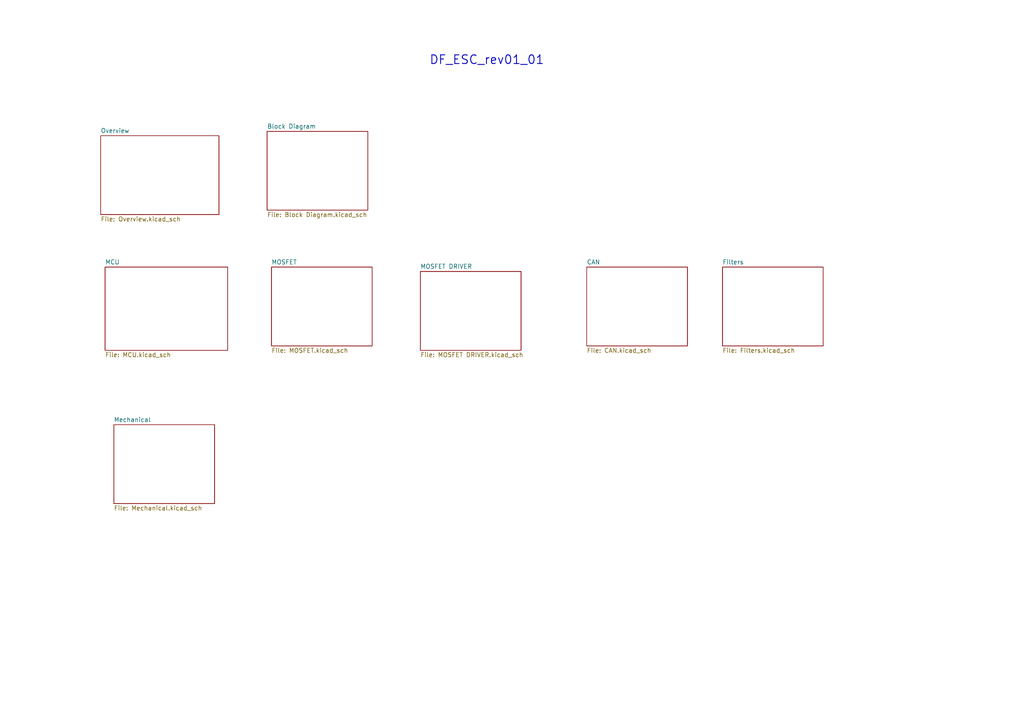
<source format=kicad_sch>
(kicad_sch
	(version 20231120)
	(generator "eeschema")
	(generator_version "8.0")
	(uuid "e63e39d7-6ac0-4ffd-8aa3-1841a4541b55")
	(paper "A4")
	(title_block
		(title "DF_ESC_rev01_01")
		(date "2024-08-24")
		(rev "rev01")
		(company "Fresu Electronics LLC")
		(comment 3 "info@dariofresu.com")
		(comment 4 "SivaRam")
	)
	(lib_symbols)
	(text "DF_ESC_rev01_01"
		(exclude_from_sim no)
		(at 141.224 17.526 0)
		(effects
			(font
				(face "KiCad Font")
				(size 2.54 2.54)
				(thickness 0.254)
				(bold yes)
			)
		)
		(uuid "cc9b3fc3-d341-4104-954e-c1e09b03d90e")
	)
	(sheet
		(at 170.18 77.47)
		(size 29.21 22.86)
		(fields_autoplaced yes)
		(stroke
			(width 0.1524)
			(type solid)
		)
		(fill
			(color 0 0 0 0.0000)
		)
		(uuid "0bee7173-98a4-4aa1-8680-bb4c79ff4feb")
		(property "Sheetname" "CAN"
			(at 170.18 76.7584 0)
			(effects
				(font
					(size 1.27 1.27)
				)
				(justify left bottom)
			)
		)
		(property "Sheetfile" "CAN.kicad_sch"
			(at 170.18 100.9146 0)
			(effects
				(font
					(size 1.27 1.27)
				)
				(justify left top)
			)
		)
		(instances
			(project "DF_ESC_rev_01"
				(path "/e63e39d7-6ac0-4ffd-8aa3-1841a4541b55"
					(page "5")
				)
			)
		)
	)
	(sheet
		(at 29.21 39.37)
		(size 34.29 22.86)
		(fields_autoplaced yes)
		(stroke
			(width 0.1524)
			(type solid)
		)
		(fill
			(color 0 0 0 0.0000)
		)
		(uuid "26f5e7c1-35ac-4b2d-b9fc-196e5c16092f")
		(property "Sheetname" "Overview"
			(at 29.21 38.6584 0)
			(effects
				(font
					(size 1.27 1.27)
				)
				(justify left bottom)
			)
		)
		(property "Sheetfile" "Overview.kicad_sch"
			(at 29.21 62.8146 0)
			(effects
				(font
					(size 1.27 1.27)
				)
				(justify left top)
			)
		)
		(instances
			(project "DF_ESC_rev_01"
				(path "/e63e39d7-6ac0-4ffd-8aa3-1841a4541b55"
					(page "6")
				)
			)
		)
	)
	(sheet
		(at 121.92 78.74)
		(size 29.21 22.86)
		(fields_autoplaced yes)
		(stroke
			(width 0.1524)
			(type solid)
		)
		(fill
			(color 0 0 0 0.0000)
		)
		(uuid "570ccf7e-c9c0-4f25-9209-4a3a45b65799")
		(property "Sheetname" "MOSFET DRIVER"
			(at 121.92 78.0284 0)
			(effects
				(font
					(size 1.27 1.27)
				)
				(justify left bottom)
			)
		)
		(property "Sheetfile" "MOSFET DRIVER.kicad_sch"
			(at 121.92 102.1846 0)
			(effects
				(font
					(size 1.27 1.27)
				)
				(justify left top)
			)
		)
		(instances
			(project "DF_ESC_rev_01"
				(path "/e63e39d7-6ac0-4ffd-8aa3-1841a4541b55"
					(page "4")
				)
			)
		)
	)
	(sheet
		(at 209.55 77.47)
		(size 29.21 22.86)
		(fields_autoplaced yes)
		(stroke
			(width 0.1524)
			(type solid)
		)
		(fill
			(color 0 0 0 0.0000)
		)
		(uuid "6b1dee0e-c9ce-4c74-aab3-d11c21e9d720")
		(property "Sheetname" "Filters"
			(at 209.55 76.7584 0)
			(effects
				(font
					(size 1.27 1.27)
				)
				(justify left bottom)
			)
		)
		(property "Sheetfile" "Filters.kicad_sch"
			(at 209.55 100.9146 0)
			(effects
				(font
					(size 1.27 1.27)
				)
				(justify left top)
			)
		)
		(instances
			(project "DF_ESC_rev_01"
				(path "/e63e39d7-6ac0-4ffd-8aa3-1841a4541b55"
					(page "8")
				)
			)
		)
	)
	(sheet
		(at 77.47 38.1)
		(size 29.21 22.86)
		(fields_autoplaced yes)
		(stroke
			(width 0.1524)
			(type solid)
		)
		(fill
			(color 0 0 0 0.0000)
		)
		(uuid "71dbc613-5b29-4fa1-90da-010a01f02174")
		(property "Sheetname" "Block Diagram"
			(at 77.47 37.3884 0)
			(effects
				(font
					(size 1.27 1.27)
				)
				(justify left bottom)
			)
		)
		(property "Sheetfile" "Block Diagram.kicad_sch"
			(at 77.47 61.5446 0)
			(effects
				(font
					(size 1.27 1.27)
				)
				(justify left top)
			)
		)
		(instances
			(project "DF_ESC_rev_01"
				(path "/e63e39d7-6ac0-4ffd-8aa3-1841a4541b55"
					(page "7")
				)
			)
		)
	)
	(sheet
		(at 30.48 77.47)
		(size 35.56 24.13)
		(fields_autoplaced yes)
		(stroke
			(width 0.1524)
			(type solid)
		)
		(fill
			(color 0 0 0 0.0000)
		)
		(uuid "d4d52f17-90a8-4bd9-9438-b563d3d8f1aa")
		(property "Sheetname" "MCU"
			(at 30.48 76.7584 0)
			(effects
				(font
					(size 1.27 1.27)
				)
				(justify left bottom)
			)
		)
		(property "Sheetfile" "MCU.kicad_sch"
			(at 30.48 102.1846 0)
			(effects
				(font
					(size 1.27 1.27)
				)
				(justify left top)
			)
		)
		(instances
			(project "DF_ESC_rev_01"
				(path "/e63e39d7-6ac0-4ffd-8aa3-1841a4541b55"
					(page "2")
				)
			)
		)
	)
	(sheet
		(at 78.74 77.47)
		(size 29.21 22.86)
		(fields_autoplaced yes)
		(stroke
			(width 0.1524)
			(type solid)
		)
		(fill
			(color 0 0 0 0.0000)
		)
		(uuid "eb52dd9e-06f0-40a5-85cd-3ea31f6b5db8")
		(property "Sheetname" "MOSFET"
			(at 78.74 76.7584 0)
			(effects
				(font
					(size 1.27 1.27)
				)
				(justify left bottom)
			)
		)
		(property "Sheetfile" "MOSFET.kicad_sch"
			(at 78.74 100.9146 0)
			(effects
				(font
					(size 1.27 1.27)
				)
				(justify left top)
			)
		)
		(instances
			(project "DF_ESC_rev_01"
				(path "/e63e39d7-6ac0-4ffd-8aa3-1841a4541b55"
					(page "3")
				)
			)
		)
	)
	(sheet
		(at 33.02 123.19)
		(size 29.21 22.86)
		(fields_autoplaced yes)
		(stroke
			(width 0.1524)
			(type solid)
		)
		(fill
			(color 0 0 0 0.0000)
		)
		(uuid "f1e182c2-691f-4f88-bd57-770f6444ec35")
		(property "Sheetname" "Mechanical"
			(at 33.02 122.4784 0)
			(effects
				(font
					(size 1.27 1.27)
				)
				(justify left bottom)
			)
		)
		(property "Sheetfile" "Mechanical.kicad_sch"
			(at 33.02 146.6346 0)
			(effects
				(font
					(size 1.27 1.27)
				)
				(justify left top)
			)
		)
		(instances
			(project "DF_ESC_rev_01"
				(path "/e63e39d7-6ac0-4ffd-8aa3-1841a4541b55"
					(page "9")
				)
			)
		)
	)
	(sheet_instances
		(path "/"
			(page "1")
		)
	)
)

</source>
